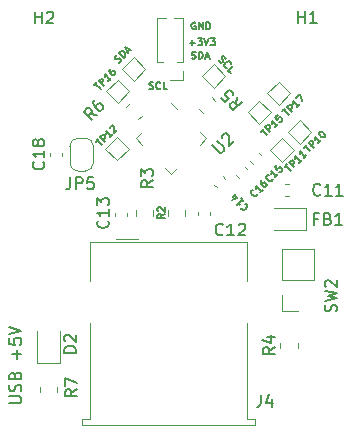
<source format=gbr>
%TF.GenerationSoftware,KiCad,Pcbnew,6.0.0*%
%TF.CreationDate,2022-03-07T01:42:13-06:00*%
%TF.ProjectId,test,74657374-2e6b-4696-9361-645f70636258,rev?*%
%TF.SameCoordinates,Original*%
%TF.FileFunction,Legend,Top*%
%TF.FilePolarity,Positive*%
%FSLAX46Y46*%
G04 Gerber Fmt 4.6, Leading zero omitted, Abs format (unit mm)*
G04 Created by KiCad (PCBNEW 6.0.0) date 2022-03-07 01:42:13*
%MOMM*%
%LPD*%
G01*
G04 APERTURE LIST*
%ADD10C,0.150000*%
%ADD11C,0.120000*%
G04 APERTURE END LIST*
D10*
X107502380Y-96091666D02*
X108311904Y-96091666D01*
X108407142Y-96044047D01*
X108454761Y-95996428D01*
X108502380Y-95901190D01*
X108502380Y-95710714D01*
X108454761Y-95615476D01*
X108407142Y-95567857D01*
X108311904Y-95520238D01*
X107502380Y-95520238D01*
X108454761Y-95091666D02*
X108502380Y-94948809D01*
X108502380Y-94710714D01*
X108454761Y-94615476D01*
X108407142Y-94567857D01*
X108311904Y-94520238D01*
X108216666Y-94520238D01*
X108121428Y-94567857D01*
X108073809Y-94615476D01*
X108026190Y-94710714D01*
X107978571Y-94901190D01*
X107930952Y-94996428D01*
X107883333Y-95044047D01*
X107788095Y-95091666D01*
X107692857Y-95091666D01*
X107597619Y-95044047D01*
X107550000Y-94996428D01*
X107502380Y-94901190D01*
X107502380Y-94663095D01*
X107550000Y-94520238D01*
X107978571Y-93758333D02*
X108026190Y-93615476D01*
X108073809Y-93567857D01*
X108169047Y-93520238D01*
X108311904Y-93520238D01*
X108407142Y-93567857D01*
X108454761Y-93615476D01*
X108502380Y-93710714D01*
X108502380Y-94091666D01*
X107502380Y-94091666D01*
X107502380Y-93758333D01*
X107550000Y-93663095D01*
X107597619Y-93615476D01*
X107692857Y-93567857D01*
X107788095Y-93567857D01*
X107883333Y-93615476D01*
X107930952Y-93663095D01*
X107978571Y-93758333D01*
X107978571Y-94091666D01*
X108121428Y-92329761D02*
X108121428Y-91567857D01*
X108502380Y-91948809D02*
X107740476Y-91948809D01*
X107502380Y-90615476D02*
X107502380Y-91091666D01*
X107978571Y-91139285D01*
X107930952Y-91091666D01*
X107883333Y-90996428D01*
X107883333Y-90758333D01*
X107930952Y-90663095D01*
X107978571Y-90615476D01*
X108073809Y-90567857D01*
X108311904Y-90567857D01*
X108407142Y-90615476D01*
X108454761Y-90663095D01*
X108502380Y-90758333D01*
X108502380Y-90996428D01*
X108454761Y-91091666D01*
X108407142Y-91139285D01*
X107502380Y-90282142D02*
X108502380Y-89948809D01*
X107502380Y-89615476D01*
X119360714Y-69467857D02*
X119446428Y-69496428D01*
X119589285Y-69496428D01*
X119646428Y-69467857D01*
X119675000Y-69439285D01*
X119703571Y-69382142D01*
X119703571Y-69325000D01*
X119675000Y-69267857D01*
X119646428Y-69239285D01*
X119589285Y-69210714D01*
X119475000Y-69182142D01*
X119417857Y-69153571D01*
X119389285Y-69125000D01*
X119360714Y-69067857D01*
X119360714Y-69010714D01*
X119389285Y-68953571D01*
X119417857Y-68925000D01*
X119475000Y-68896428D01*
X119617857Y-68896428D01*
X119703571Y-68925000D01*
X120303571Y-69439285D02*
X120275000Y-69467857D01*
X120189285Y-69496428D01*
X120132142Y-69496428D01*
X120046428Y-69467857D01*
X119989285Y-69410714D01*
X119960714Y-69353571D01*
X119932142Y-69239285D01*
X119932142Y-69153571D01*
X119960714Y-69039285D01*
X119989285Y-68982142D01*
X120046428Y-68925000D01*
X120132142Y-68896428D01*
X120189285Y-68896428D01*
X120275000Y-68925000D01*
X120303571Y-68953571D01*
X120846428Y-69496428D02*
X120560714Y-69496428D01*
X120560714Y-68896428D01*
X122946428Y-66917857D02*
X123032142Y-66946428D01*
X123175000Y-66946428D01*
X123232142Y-66917857D01*
X123260714Y-66889285D01*
X123289285Y-66832142D01*
X123289285Y-66775000D01*
X123260714Y-66717857D01*
X123232142Y-66689285D01*
X123175000Y-66660714D01*
X123060714Y-66632142D01*
X123003571Y-66603571D01*
X122975000Y-66575000D01*
X122946428Y-66517857D01*
X122946428Y-66460714D01*
X122975000Y-66403571D01*
X123003571Y-66375000D01*
X123060714Y-66346428D01*
X123203571Y-66346428D01*
X123289285Y-66375000D01*
X123546428Y-66946428D02*
X123546428Y-66346428D01*
X123689285Y-66346428D01*
X123775000Y-66375000D01*
X123832142Y-66432142D01*
X123860714Y-66489285D01*
X123889285Y-66603571D01*
X123889285Y-66689285D01*
X123860714Y-66803571D01*
X123832142Y-66860714D01*
X123775000Y-66917857D01*
X123689285Y-66946428D01*
X123546428Y-66946428D01*
X124117857Y-66775000D02*
X124403571Y-66775000D01*
X124060714Y-66946428D02*
X124260714Y-66346428D01*
X124460714Y-66946428D01*
X122767857Y-65567857D02*
X123225000Y-65567857D01*
X122996428Y-65796428D02*
X122996428Y-65339285D01*
X123453571Y-65196428D02*
X123825000Y-65196428D01*
X123625000Y-65425000D01*
X123710714Y-65425000D01*
X123767857Y-65453571D01*
X123796428Y-65482142D01*
X123825000Y-65539285D01*
X123825000Y-65682142D01*
X123796428Y-65739285D01*
X123767857Y-65767857D01*
X123710714Y-65796428D01*
X123539285Y-65796428D01*
X123482142Y-65767857D01*
X123453571Y-65739285D01*
X123996428Y-65196428D02*
X124196428Y-65796428D01*
X124396428Y-65196428D01*
X124539285Y-65196428D02*
X124910714Y-65196428D01*
X124710714Y-65425000D01*
X124796428Y-65425000D01*
X124853571Y-65453571D01*
X124882142Y-65482142D01*
X124910714Y-65539285D01*
X124910714Y-65682142D01*
X124882142Y-65739285D01*
X124853571Y-65767857D01*
X124796428Y-65796428D01*
X124625000Y-65796428D01*
X124567857Y-65767857D01*
X124539285Y-65739285D01*
X123267857Y-63875000D02*
X123210714Y-63846428D01*
X123125000Y-63846428D01*
X123039285Y-63875000D01*
X122982142Y-63932142D01*
X122953571Y-63989285D01*
X122925000Y-64103571D01*
X122925000Y-64189285D01*
X122953571Y-64303571D01*
X122982142Y-64360714D01*
X123039285Y-64417857D01*
X123125000Y-64446428D01*
X123182142Y-64446428D01*
X123267857Y-64417857D01*
X123296428Y-64389285D01*
X123296428Y-64189285D01*
X123182142Y-64189285D01*
X123553571Y-64446428D02*
X123553571Y-63846428D01*
X123896428Y-64446428D01*
X123896428Y-63846428D01*
X124182142Y-64446428D02*
X124182142Y-63846428D01*
X124325000Y-63846428D01*
X124410714Y-63875000D01*
X124467857Y-63932142D01*
X124496428Y-63989285D01*
X124525000Y-64103571D01*
X124525000Y-64189285D01*
X124496428Y-64303571D01*
X124467857Y-64360714D01*
X124410714Y-64417857D01*
X124325000Y-64446428D01*
X124182142Y-64446428D01*
X116756548Y-67261903D02*
X116837360Y-67221497D01*
X116938375Y-67120482D01*
X116958578Y-67059873D01*
X116958578Y-67019467D01*
X116938375Y-66958857D01*
X116897969Y-66918451D01*
X116837360Y-66898248D01*
X116796954Y-66898248D01*
X116736345Y-66918451D01*
X116635329Y-66979061D01*
X116574720Y-66999264D01*
X116534314Y-66999264D01*
X116473705Y-66979061D01*
X116433299Y-66938654D01*
X116413096Y-66878045D01*
X116413096Y-66837639D01*
X116433299Y-66777030D01*
X116534314Y-66676015D01*
X116615126Y-66635609D01*
X117201015Y-66857842D02*
X116776751Y-66433578D01*
X116877766Y-66332563D01*
X116958578Y-66292157D01*
X117039390Y-66292157D01*
X117100000Y-66312360D01*
X117201015Y-66372969D01*
X117261624Y-66433578D01*
X117322233Y-66534593D01*
X117342436Y-66595203D01*
X117342436Y-66676015D01*
X117302030Y-66756827D01*
X117201015Y-66857842D01*
X117483857Y-66332563D02*
X117685888Y-66130532D01*
X117564670Y-66494187D02*
X117281827Y-65928502D01*
X117847512Y-66211345D01*
X125223197Y-67066649D02*
X125263603Y-67147461D01*
X125364619Y-67248477D01*
X125425228Y-67268680D01*
X125465634Y-67268680D01*
X125526243Y-67248477D01*
X125566649Y-67208071D01*
X125586852Y-67147461D01*
X125586852Y-67107055D01*
X125566649Y-67046446D01*
X125506040Y-66945431D01*
X125485837Y-66884822D01*
X125485837Y-66844416D01*
X125506040Y-66783806D01*
X125546446Y-66743400D01*
X125607055Y-66723197D01*
X125647461Y-66723197D01*
X125708071Y-66743400D01*
X125809086Y-66844416D01*
X125849492Y-66925228D01*
X125910101Y-67713147D02*
X125869695Y-67713147D01*
X125788883Y-67672741D01*
X125748477Y-67632335D01*
X125708071Y-67551522D01*
X125708071Y-67470710D01*
X125728274Y-67410101D01*
X125788883Y-67309086D01*
X125849492Y-67248477D01*
X125950507Y-67187867D01*
X126011116Y-67167664D01*
X126091928Y-67167664D01*
X126172741Y-67208071D01*
X126213147Y-67248477D01*
X126253553Y-67329289D01*
X126253553Y-67369695D01*
X126253553Y-68137411D02*
X126051522Y-67935380D01*
X126475786Y-67511116D01*
%TO.C,H2*%
X109663095Y-63952380D02*
X109663095Y-62952380D01*
X109663095Y-63428571D02*
X110234523Y-63428571D01*
X110234523Y-63952380D02*
X110234523Y-62952380D01*
X110663095Y-63047619D02*
X110710714Y-63000000D01*
X110805952Y-62952380D01*
X111044047Y-62952380D01*
X111139285Y-63000000D01*
X111186904Y-63047619D01*
X111234523Y-63142857D01*
X111234523Y-63238095D01*
X111186904Y-63380952D01*
X110615476Y-63952380D01*
X111234523Y-63952380D01*
%TO.C,H1*%
X131963095Y-63902380D02*
X131963095Y-62902380D01*
X131963095Y-63378571D02*
X132534523Y-63378571D01*
X132534523Y-63902380D02*
X132534523Y-62902380D01*
X133534523Y-63902380D02*
X132963095Y-63902380D01*
X133248809Y-63902380D02*
X133248809Y-62902380D01*
X133153571Y-63045238D01*
X133058333Y-63140476D01*
X132963095Y-63188095D01*
%TO.C,TP11*%
X130805253Y-76105076D02*
X131047690Y-75862639D01*
X131350735Y-76408122D02*
X130926471Y-75983857D01*
X131613375Y-76145482D02*
X131189111Y-75721218D01*
X131350735Y-75559593D01*
X131411345Y-75539390D01*
X131451751Y-75539390D01*
X131512360Y-75559593D01*
X131572969Y-75620203D01*
X131593172Y-75680812D01*
X131593172Y-75721218D01*
X131572969Y-75781827D01*
X131411345Y-75943451D01*
X132259873Y-75498984D02*
X132017436Y-75741421D01*
X132138654Y-75620203D02*
X131714390Y-75195938D01*
X131734593Y-75296954D01*
X131734593Y-75377766D01*
X131714390Y-75438375D01*
X132663934Y-75094923D02*
X132421497Y-75337360D01*
X132542715Y-75216142D02*
X132118451Y-74791877D01*
X132138654Y-74892893D01*
X132138654Y-74973705D01*
X132118451Y-75034314D01*
%TO.C,TP16*%
X114681362Y-69181185D02*
X114923799Y-68938748D01*
X115226844Y-69484231D02*
X114802580Y-69059966D01*
X115489484Y-69221591D02*
X115065220Y-68797327D01*
X115226844Y-68635702D01*
X115287454Y-68615499D01*
X115327860Y-68615499D01*
X115388469Y-68635702D01*
X115449078Y-68696312D01*
X115469281Y-68756921D01*
X115469281Y-68797327D01*
X115449078Y-68857936D01*
X115287454Y-69019560D01*
X116135982Y-68575093D02*
X115893545Y-68817530D01*
X116014763Y-68696312D02*
X115590499Y-68272047D01*
X115610702Y-68373063D01*
X115610702Y-68453875D01*
X115590499Y-68514484D01*
X116075373Y-67787174D02*
X115994560Y-67867986D01*
X115974357Y-67928596D01*
X115974357Y-67969002D01*
X115994560Y-68070017D01*
X116055170Y-68171032D01*
X116216794Y-68332657D01*
X116277403Y-68352860D01*
X116317809Y-68352860D01*
X116378418Y-68332657D01*
X116459231Y-68251844D01*
X116479434Y-68191235D01*
X116479434Y-68150829D01*
X116459231Y-68090220D01*
X116358215Y-67989205D01*
X116297606Y-67969002D01*
X116257200Y-67969002D01*
X116196591Y-67989205D01*
X116115779Y-68070017D01*
X116095576Y-68130626D01*
X116095576Y-68171032D01*
X116115779Y-68231641D01*
%TO.C,TP15*%
X128805253Y-73105076D02*
X129047690Y-72862639D01*
X129350735Y-73408122D02*
X128926471Y-72983857D01*
X129613375Y-73145482D02*
X129189111Y-72721218D01*
X129350735Y-72559593D01*
X129411345Y-72539390D01*
X129451751Y-72539390D01*
X129512360Y-72559593D01*
X129572969Y-72620203D01*
X129593172Y-72680812D01*
X129593172Y-72721218D01*
X129572969Y-72781827D01*
X129411345Y-72943451D01*
X130259873Y-72498984D02*
X130017436Y-72741421D01*
X130138654Y-72620203D02*
X129714390Y-72195938D01*
X129734593Y-72296954D01*
X129734593Y-72377766D01*
X129714390Y-72438375D01*
X130219467Y-71690862D02*
X130017436Y-71892893D01*
X130199264Y-72115126D01*
X130199264Y-72074720D01*
X130219467Y-72014111D01*
X130320482Y-71913096D01*
X130381091Y-71892893D01*
X130421497Y-71892893D01*
X130482106Y-71913096D01*
X130583122Y-72014111D01*
X130603325Y-72074720D01*
X130603325Y-72115126D01*
X130583122Y-72175735D01*
X130482106Y-72276751D01*
X130421497Y-72296954D01*
X130381091Y-72296954D01*
%TO.C,C11*%
X133832142Y-78432142D02*
X133784523Y-78479761D01*
X133641666Y-78527380D01*
X133546428Y-78527380D01*
X133403571Y-78479761D01*
X133308333Y-78384523D01*
X133260714Y-78289285D01*
X133213095Y-78098809D01*
X133213095Y-77955952D01*
X133260714Y-77765476D01*
X133308333Y-77670238D01*
X133403571Y-77575000D01*
X133546428Y-77527380D01*
X133641666Y-77527380D01*
X133784523Y-77575000D01*
X133832142Y-77622619D01*
X134784523Y-78527380D02*
X134213095Y-78527380D01*
X134498809Y-78527380D02*
X134498809Y-77527380D01*
X134403571Y-77670238D01*
X134308333Y-77765476D01*
X134213095Y-77813095D01*
X135736904Y-78527380D02*
X135165476Y-78527380D01*
X135451190Y-78527380D02*
X135451190Y-77527380D01*
X135355952Y-77670238D01*
X135260714Y-77765476D01*
X135165476Y-77813095D01*
%TO.C,R3*%
X119652380Y-77241666D02*
X119176190Y-77575000D01*
X119652380Y-77813095D02*
X118652380Y-77813095D01*
X118652380Y-77432142D01*
X118700000Y-77336904D01*
X118747619Y-77289285D01*
X118842857Y-77241666D01*
X118985714Y-77241666D01*
X119080952Y-77289285D01*
X119128571Y-77336904D01*
X119176190Y-77432142D01*
X119176190Y-77813095D01*
X118652380Y-76908333D02*
X118652380Y-76289285D01*
X119033333Y-76622619D01*
X119033333Y-76479761D01*
X119080952Y-76384523D01*
X119128571Y-76336904D01*
X119223809Y-76289285D01*
X119461904Y-76289285D01*
X119557142Y-76336904D01*
X119604761Y-76384523D01*
X119652380Y-76479761D01*
X119652380Y-76765476D01*
X119604761Y-76860714D01*
X119557142Y-76908333D01*
%TO.C,C18*%
X110382142Y-75667857D02*
X110429761Y-75715476D01*
X110477380Y-75858333D01*
X110477380Y-75953571D01*
X110429761Y-76096428D01*
X110334523Y-76191666D01*
X110239285Y-76239285D01*
X110048809Y-76286904D01*
X109905952Y-76286904D01*
X109715476Y-76239285D01*
X109620238Y-76191666D01*
X109525000Y-76096428D01*
X109477380Y-75953571D01*
X109477380Y-75858333D01*
X109525000Y-75715476D01*
X109572619Y-75667857D01*
X110477380Y-74715476D02*
X110477380Y-75286904D01*
X110477380Y-75001190D02*
X109477380Y-75001190D01*
X109620238Y-75096428D01*
X109715476Y-75191666D01*
X109763095Y-75286904D01*
X109905952Y-74144047D02*
X109858333Y-74239285D01*
X109810714Y-74286904D01*
X109715476Y-74334523D01*
X109667857Y-74334523D01*
X109572619Y-74286904D01*
X109525000Y-74239285D01*
X109477380Y-74144047D01*
X109477380Y-73953571D01*
X109525000Y-73858333D01*
X109572619Y-73810714D01*
X109667857Y-73763095D01*
X109715476Y-73763095D01*
X109810714Y-73810714D01*
X109858333Y-73858333D01*
X109905952Y-73953571D01*
X109905952Y-74144047D01*
X109953571Y-74239285D01*
X110001190Y-74286904D01*
X110096428Y-74334523D01*
X110286904Y-74334523D01*
X110382142Y-74286904D01*
X110429761Y-74239285D01*
X110477380Y-74144047D01*
X110477380Y-73953571D01*
X110429761Y-73858333D01*
X110382142Y-73810714D01*
X110286904Y-73763095D01*
X110096428Y-73763095D01*
X110001190Y-73810714D01*
X109953571Y-73858333D01*
X109905952Y-73953571D01*
%TO.C,JP5*%
X112666666Y-76977380D02*
X112666666Y-77691666D01*
X112619047Y-77834523D01*
X112523809Y-77929761D01*
X112380952Y-77977380D01*
X112285714Y-77977380D01*
X113142857Y-77977380D02*
X113142857Y-76977380D01*
X113523809Y-76977380D01*
X113619047Y-77025000D01*
X113666666Y-77072619D01*
X113714285Y-77167857D01*
X113714285Y-77310714D01*
X113666666Y-77405952D01*
X113619047Y-77453571D01*
X113523809Y-77501190D01*
X113142857Y-77501190D01*
X114619047Y-76977380D02*
X114142857Y-76977380D01*
X114095238Y-77453571D01*
X114142857Y-77405952D01*
X114238095Y-77358333D01*
X114476190Y-77358333D01*
X114571428Y-77405952D01*
X114619047Y-77453571D01*
X114666666Y-77548809D01*
X114666666Y-77786904D01*
X114619047Y-77882142D01*
X114571428Y-77929761D01*
X114476190Y-77977380D01*
X114238095Y-77977380D01*
X114142857Y-77929761D01*
X114095238Y-77882142D01*
%TO.C,R7*%
X113227380Y-94941666D02*
X112751190Y-95275000D01*
X113227380Y-95513095D02*
X112227380Y-95513095D01*
X112227380Y-95132142D01*
X112275000Y-95036904D01*
X112322619Y-94989285D01*
X112417857Y-94941666D01*
X112560714Y-94941666D01*
X112655952Y-94989285D01*
X112703571Y-95036904D01*
X112751190Y-95132142D01*
X112751190Y-95513095D01*
X112227380Y-94608333D02*
X112227380Y-93941666D01*
X113227380Y-94370238D01*
%TO.C,R6*%
X114902030Y-71712732D02*
X114329610Y-71611717D01*
X114497969Y-72116793D02*
X113790862Y-71409687D01*
X114060236Y-71140312D01*
X114161251Y-71106641D01*
X114228595Y-71106641D01*
X114329610Y-71140312D01*
X114430625Y-71241328D01*
X114464297Y-71342343D01*
X114464297Y-71409687D01*
X114430625Y-71510702D01*
X114161251Y-71780076D01*
X114801015Y-70399534D02*
X114666328Y-70534221D01*
X114632656Y-70635236D01*
X114632656Y-70702580D01*
X114666328Y-70870938D01*
X114767343Y-71039297D01*
X115036717Y-71308671D01*
X115137732Y-71342343D01*
X115205076Y-71342343D01*
X115306091Y-71308671D01*
X115440778Y-71173984D01*
X115474450Y-71072969D01*
X115474450Y-71005625D01*
X115440778Y-70904610D01*
X115272419Y-70736251D01*
X115171404Y-70702580D01*
X115104061Y-70702580D01*
X115003045Y-70736251D01*
X114868358Y-70870938D01*
X114834687Y-70971954D01*
X114834687Y-71039297D01*
X114868358Y-71140312D01*
%TO.C,TP17*%
X130630253Y-71405076D02*
X130872690Y-71162639D01*
X131175735Y-71708122D02*
X130751471Y-71283857D01*
X131438375Y-71445482D02*
X131014111Y-71021218D01*
X131175735Y-70859593D01*
X131236345Y-70839390D01*
X131276751Y-70839390D01*
X131337360Y-70859593D01*
X131397969Y-70920203D01*
X131418172Y-70980812D01*
X131418172Y-71021218D01*
X131397969Y-71081827D01*
X131236345Y-71243451D01*
X132084873Y-70798984D02*
X131842436Y-71041421D01*
X131963654Y-70920203D02*
X131539390Y-70495938D01*
X131559593Y-70596954D01*
X131559593Y-70677766D01*
X131539390Y-70738375D01*
X131802030Y-70233299D02*
X132084873Y-69950456D01*
X132327309Y-70556548D01*
%TO.C,C13*%
X115832142Y-80642857D02*
X115879761Y-80690476D01*
X115927380Y-80833333D01*
X115927380Y-80928571D01*
X115879761Y-81071428D01*
X115784523Y-81166666D01*
X115689285Y-81214285D01*
X115498809Y-81261904D01*
X115355952Y-81261904D01*
X115165476Y-81214285D01*
X115070238Y-81166666D01*
X114975000Y-81071428D01*
X114927380Y-80928571D01*
X114927380Y-80833333D01*
X114975000Y-80690476D01*
X115022619Y-80642857D01*
X115927380Y-79690476D02*
X115927380Y-80261904D01*
X115927380Y-79976190D02*
X114927380Y-79976190D01*
X115070238Y-80071428D01*
X115165476Y-80166666D01*
X115213095Y-80261904D01*
X114927380Y-79357142D02*
X114927380Y-78738095D01*
X115308333Y-79071428D01*
X115308333Y-78928571D01*
X115355952Y-78833333D01*
X115403571Y-78785714D01*
X115498809Y-78738095D01*
X115736904Y-78738095D01*
X115832142Y-78785714D01*
X115879761Y-78833333D01*
X115927380Y-78928571D01*
X115927380Y-79214285D01*
X115879761Y-79309523D01*
X115832142Y-79357142D01*
%TO.C,C16*%
X128503781Y-78374264D02*
X128503781Y-78414670D01*
X128463375Y-78495482D01*
X128422969Y-78535888D01*
X128342157Y-78576294D01*
X128261345Y-78576294D01*
X128200735Y-78556091D01*
X128099720Y-78495482D01*
X128039111Y-78434873D01*
X127978502Y-78333857D01*
X127958299Y-78273248D01*
X127958299Y-78192436D01*
X127998705Y-78111624D01*
X128039111Y-78071218D01*
X128119923Y-78030812D01*
X128160329Y-78030812D01*
X128948248Y-78010609D02*
X128705812Y-78253045D01*
X128827030Y-78131827D02*
X128402766Y-77707563D01*
X128422969Y-77808578D01*
X128422969Y-77889390D01*
X128402766Y-77950000D01*
X128887639Y-77222690D02*
X128806827Y-77303502D01*
X128786624Y-77364111D01*
X128786624Y-77404517D01*
X128806827Y-77505532D01*
X128867436Y-77606548D01*
X129029061Y-77768172D01*
X129089670Y-77788375D01*
X129130076Y-77788375D01*
X129190685Y-77768172D01*
X129271497Y-77687360D01*
X129291700Y-77626751D01*
X129291700Y-77586345D01*
X129271497Y-77525735D01*
X129170482Y-77424720D01*
X129109873Y-77404517D01*
X129069467Y-77404517D01*
X129008857Y-77424720D01*
X128928045Y-77505532D01*
X128907842Y-77566142D01*
X128907842Y-77606548D01*
X128928045Y-77667157D01*
%TO.C,U2*%
X124699026Y-74276522D02*
X125271446Y-74848942D01*
X125372461Y-74882614D01*
X125439805Y-74882614D01*
X125540820Y-74848942D01*
X125675507Y-74714255D01*
X125709179Y-74613240D01*
X125709179Y-74545896D01*
X125675507Y-74444881D01*
X125103087Y-73872461D01*
X125473477Y-73636759D02*
X125473477Y-73569416D01*
X125507148Y-73468400D01*
X125675507Y-73300042D01*
X125776522Y-73266370D01*
X125843866Y-73266370D01*
X125944881Y-73300042D01*
X126012225Y-73367385D01*
X126079568Y-73502072D01*
X126079568Y-74310194D01*
X126517301Y-73872461D01*
%TO.C,C12*%
X125582142Y-81807142D02*
X125534523Y-81854761D01*
X125391666Y-81902380D01*
X125296428Y-81902380D01*
X125153571Y-81854761D01*
X125058333Y-81759523D01*
X125010714Y-81664285D01*
X124963095Y-81473809D01*
X124963095Y-81330952D01*
X125010714Y-81140476D01*
X125058333Y-81045238D01*
X125153571Y-80950000D01*
X125296428Y-80902380D01*
X125391666Y-80902380D01*
X125534523Y-80950000D01*
X125582142Y-80997619D01*
X126534523Y-81902380D02*
X125963095Y-81902380D01*
X126248809Y-81902380D02*
X126248809Y-80902380D01*
X126153571Y-81045238D01*
X126058333Y-81140476D01*
X125963095Y-81188095D01*
X126915476Y-80997619D02*
X126963095Y-80950000D01*
X127058333Y-80902380D01*
X127296428Y-80902380D01*
X127391666Y-80950000D01*
X127439285Y-80997619D01*
X127486904Y-81092857D01*
X127486904Y-81188095D01*
X127439285Y-81330952D01*
X126867857Y-81902380D01*
X127486904Y-81902380D01*
%TO.C,R2*%
X120646428Y-80075000D02*
X120360714Y-80275000D01*
X120646428Y-80417857D02*
X120046428Y-80417857D01*
X120046428Y-80189285D01*
X120075000Y-80132142D01*
X120103571Y-80103571D01*
X120160714Y-80075000D01*
X120246428Y-80075000D01*
X120303571Y-80103571D01*
X120332142Y-80132142D01*
X120360714Y-80189285D01*
X120360714Y-80417857D01*
X120103571Y-79846428D02*
X120075000Y-79817857D01*
X120046428Y-79760714D01*
X120046428Y-79617857D01*
X120075000Y-79560714D01*
X120103571Y-79532142D01*
X120160714Y-79503571D01*
X120217857Y-79503571D01*
X120303571Y-79532142D01*
X120646428Y-79875000D01*
X120646428Y-79503571D01*
%TO.C,SW2*%
X135179761Y-88333333D02*
X135227380Y-88190476D01*
X135227380Y-87952380D01*
X135179761Y-87857142D01*
X135132142Y-87809523D01*
X135036904Y-87761904D01*
X134941666Y-87761904D01*
X134846428Y-87809523D01*
X134798809Y-87857142D01*
X134751190Y-87952380D01*
X134703571Y-88142857D01*
X134655952Y-88238095D01*
X134608333Y-88285714D01*
X134513095Y-88333333D01*
X134417857Y-88333333D01*
X134322619Y-88285714D01*
X134275000Y-88238095D01*
X134227380Y-88142857D01*
X134227380Y-87904761D01*
X134275000Y-87761904D01*
X134227380Y-87428571D02*
X135227380Y-87190476D01*
X134513095Y-87000000D01*
X135227380Y-86809523D01*
X134227380Y-86571428D01*
X134322619Y-86238095D02*
X134275000Y-86190476D01*
X134227380Y-86095238D01*
X134227380Y-85857142D01*
X134275000Y-85761904D01*
X134322619Y-85714285D01*
X134417857Y-85666666D01*
X134513095Y-85666666D01*
X134655952Y-85714285D01*
X135227380Y-86285714D01*
X135227380Y-85666666D01*
%TO.C,D2*%
X113152380Y-91813095D02*
X112152380Y-91813095D01*
X112152380Y-91575000D01*
X112200000Y-91432142D01*
X112295238Y-91336904D01*
X112390476Y-91289285D01*
X112580952Y-91241666D01*
X112723809Y-91241666D01*
X112914285Y-91289285D01*
X113009523Y-91336904D01*
X113104761Y-91432142D01*
X113152380Y-91575000D01*
X113152380Y-91813095D01*
X112247619Y-90860714D02*
X112200000Y-90813095D01*
X112152380Y-90717857D01*
X112152380Y-90479761D01*
X112200000Y-90384523D01*
X112247619Y-90336904D01*
X112342857Y-90289285D01*
X112438095Y-90289285D01*
X112580952Y-90336904D01*
X113152380Y-90908333D01*
X113152380Y-90289285D01*
%TO.C,J4*%
X128816666Y-95402380D02*
X128816666Y-96116666D01*
X128769047Y-96259523D01*
X128673809Y-96354761D01*
X128530952Y-96402380D01*
X128435714Y-96402380D01*
X129721428Y-95735714D02*
X129721428Y-96402380D01*
X129483333Y-95354761D02*
X129245238Y-96069047D01*
X129864285Y-96069047D01*
%TO.C,R4*%
X129977380Y-91366666D02*
X129501190Y-91700000D01*
X129977380Y-91938095D02*
X128977380Y-91938095D01*
X128977380Y-91557142D01*
X129025000Y-91461904D01*
X129072619Y-91414285D01*
X129167857Y-91366666D01*
X129310714Y-91366666D01*
X129405952Y-91414285D01*
X129453571Y-91461904D01*
X129501190Y-91557142D01*
X129501190Y-91938095D01*
X129310714Y-90509523D02*
X129977380Y-90509523D01*
X128929761Y-90747619D02*
X129644047Y-90985714D01*
X129644047Y-90366666D01*
%TO.C,C14*%
X127449264Y-79196218D02*
X127489670Y-79196218D01*
X127570482Y-79236624D01*
X127610888Y-79277030D01*
X127651294Y-79357842D01*
X127651294Y-79438654D01*
X127631091Y-79499264D01*
X127570482Y-79600279D01*
X127509873Y-79660888D01*
X127408857Y-79721497D01*
X127348248Y-79741700D01*
X127267436Y-79741700D01*
X127186624Y-79701294D01*
X127146218Y-79660888D01*
X127105812Y-79580076D01*
X127105812Y-79539670D01*
X127085609Y-78751751D02*
X127328045Y-78994187D01*
X127206827Y-78872969D02*
X126782563Y-79297233D01*
X126883578Y-79277030D01*
X126964390Y-79277030D01*
X127025000Y-79297233D01*
X126439111Y-78670938D02*
X126721954Y-78388096D01*
X126378502Y-78933578D02*
X126782563Y-78731548D01*
X126519923Y-78468908D01*
%TO.C,FB1*%
X133616666Y-80478571D02*
X133283333Y-80478571D01*
X133283333Y-81002380D02*
X133283333Y-80002380D01*
X133759523Y-80002380D01*
X134473809Y-80478571D02*
X134616666Y-80526190D01*
X134664285Y-80573809D01*
X134711904Y-80669047D01*
X134711904Y-80811904D01*
X134664285Y-80907142D01*
X134616666Y-80954761D01*
X134521428Y-81002380D01*
X134140476Y-81002380D01*
X134140476Y-80002380D01*
X134473809Y-80002380D01*
X134569047Y-80050000D01*
X134616666Y-80097619D01*
X134664285Y-80192857D01*
X134664285Y-80288095D01*
X134616666Y-80383333D01*
X134569047Y-80430952D01*
X134473809Y-80478571D01*
X134140476Y-80478571D01*
X135664285Y-81002380D02*
X135092857Y-81002380D01*
X135378571Y-81002380D02*
X135378571Y-80002380D01*
X135283333Y-80145238D01*
X135188095Y-80240476D01*
X135092857Y-80288095D01*
%TO.C,TP12*%
X114805253Y-73955076D02*
X115047690Y-73712639D01*
X115350735Y-74258122D02*
X114926471Y-73833857D01*
X115613375Y-73995482D02*
X115189111Y-73571218D01*
X115350735Y-73409593D01*
X115411345Y-73389390D01*
X115451751Y-73389390D01*
X115512360Y-73409593D01*
X115572969Y-73470203D01*
X115593172Y-73530812D01*
X115593172Y-73571218D01*
X115572969Y-73631827D01*
X115411345Y-73793451D01*
X116259873Y-73348984D02*
X116017436Y-73591421D01*
X116138654Y-73470203D02*
X115714390Y-73045938D01*
X115734593Y-73146954D01*
X115734593Y-73227766D01*
X115714390Y-73288375D01*
X116037639Y-72803502D02*
X116037639Y-72763096D01*
X116057842Y-72702487D01*
X116158857Y-72601471D01*
X116219467Y-72581268D01*
X116259873Y-72581268D01*
X116320482Y-72601471D01*
X116360888Y-72641877D01*
X116401294Y-72722690D01*
X116401294Y-73207563D01*
X116663934Y-72944923D01*
%TO.C,C15*%
X129803781Y-77099264D02*
X129803781Y-77139670D01*
X129763375Y-77220482D01*
X129722969Y-77260888D01*
X129642157Y-77301294D01*
X129561345Y-77301294D01*
X129500735Y-77281091D01*
X129399720Y-77220482D01*
X129339111Y-77159873D01*
X129278502Y-77058857D01*
X129258299Y-76998248D01*
X129258299Y-76917436D01*
X129298705Y-76836624D01*
X129339111Y-76796218D01*
X129419923Y-76755812D01*
X129460329Y-76755812D01*
X130248248Y-76735609D02*
X130005812Y-76978045D01*
X130127030Y-76856827D02*
X129702766Y-76432563D01*
X129722969Y-76533578D01*
X129722969Y-76614390D01*
X129702766Y-76675000D01*
X130207842Y-75927487D02*
X130005812Y-76129517D01*
X130187639Y-76351751D01*
X130187639Y-76311345D01*
X130207842Y-76250735D01*
X130308857Y-76149720D01*
X130369467Y-76129517D01*
X130409873Y-76129517D01*
X130470482Y-76149720D01*
X130571497Y-76250735D01*
X130591700Y-76311345D01*
X130591700Y-76351751D01*
X130571497Y-76412360D01*
X130470482Y-76513375D01*
X130409873Y-76533578D01*
X130369467Y-76533578D01*
%TO.C,TP10*%
X132455253Y-74455076D02*
X132697690Y-74212639D01*
X133000735Y-74758122D02*
X132576471Y-74333857D01*
X133263375Y-74495482D02*
X132839111Y-74071218D01*
X133000735Y-73909593D01*
X133061345Y-73889390D01*
X133101751Y-73889390D01*
X133162360Y-73909593D01*
X133222969Y-73970203D01*
X133243172Y-74030812D01*
X133243172Y-74071218D01*
X133222969Y-74131827D01*
X133061345Y-74293451D01*
X133909873Y-73848984D02*
X133667436Y-74091421D01*
X133788654Y-73970203D02*
X133364390Y-73545938D01*
X133384593Y-73646954D01*
X133384593Y-73727766D01*
X133364390Y-73788375D01*
X133748248Y-73162081D02*
X133788654Y-73121674D01*
X133849264Y-73101471D01*
X133889670Y-73101471D01*
X133950279Y-73121674D01*
X134051294Y-73182284D01*
X134152309Y-73283299D01*
X134212918Y-73384314D01*
X134233122Y-73444923D01*
X134233122Y-73485329D01*
X134212918Y-73545938D01*
X134172512Y-73586345D01*
X134111903Y-73606548D01*
X134071497Y-73606548D01*
X134010888Y-73586345D01*
X133909873Y-73525735D01*
X133808857Y-73424720D01*
X133748248Y-73323705D01*
X133728045Y-73263096D01*
X133728045Y-73222690D01*
X133748248Y-73162081D01*
%TO.C,R5*%
X126787732Y-70172969D02*
X126686717Y-70745389D01*
X127191793Y-70577030D02*
X126484687Y-71284137D01*
X126215312Y-71014763D01*
X126181641Y-70913748D01*
X126181641Y-70846404D01*
X126215312Y-70745389D01*
X126316328Y-70644374D01*
X126417343Y-70610702D01*
X126484687Y-70610702D01*
X126585702Y-70644374D01*
X126855076Y-70913748D01*
X125440862Y-70240312D02*
X125777580Y-70577030D01*
X126147969Y-70273984D01*
X126080625Y-70273984D01*
X125979610Y-70240312D01*
X125811251Y-70071954D01*
X125777580Y-69970938D01*
X125777580Y-69903595D01*
X125811251Y-69802580D01*
X125979610Y-69634221D01*
X126080625Y-69600549D01*
X126147969Y-69600549D01*
X126248984Y-69634221D01*
X126417343Y-69802580D01*
X126451015Y-69903595D01*
X126451015Y-69970938D01*
D11*
%TO.C,TP18*%
X123810051Y-68400000D02*
X124800000Y-67410051D01*
X124800000Y-69389949D02*
X123810051Y-68400000D01*
X125789949Y-68400000D02*
X124800000Y-69389949D01*
X124800000Y-67410051D02*
X125789949Y-68400000D01*
%TO.C,J7*%
X122210000Y-63495000D02*
X121407530Y-63495000D01*
X120792470Y-63495000D02*
X119990000Y-63495000D01*
X122210000Y-67240000D02*
X122210000Y-63495000D01*
X119990000Y-67240000D02*
X119990000Y-63495000D01*
X122210000Y-67240000D02*
X121663471Y-67240000D01*
X120536529Y-67240000D02*
X119990000Y-67240000D01*
X122210000Y-68000000D02*
X122210000Y-68760000D01*
X122210000Y-68760000D02*
X121100000Y-68760000D01*
%TO.C,TP11*%
X131589949Y-74650000D02*
X130600000Y-75639949D01*
X130600000Y-73660051D02*
X131589949Y-74650000D01*
X129610051Y-74650000D02*
X130600000Y-73660051D01*
X130600000Y-75639949D02*
X129610051Y-74650000D01*
%TO.C,TP16*%
X116675000Y-68710051D02*
X117664949Y-69700000D01*
X117664949Y-69700000D02*
X116675000Y-70689949D01*
X115685051Y-69700000D02*
X116675000Y-68710051D01*
X116675000Y-70689949D02*
X115685051Y-69700000D01*
%TO.C,TP19*%
X118025000Y-68789949D02*
X117035051Y-67800000D01*
X117035051Y-67800000D02*
X118025000Y-66810051D01*
X119014949Y-67800000D02*
X118025000Y-68789949D01*
X118025000Y-66810051D02*
X119014949Y-67800000D01*
%TO.C,TP15*%
X127685051Y-71475000D02*
X128675000Y-70485051D01*
X128675000Y-72464949D02*
X127685051Y-71475000D01*
X128675000Y-70485051D02*
X129664949Y-71475000D01*
X129664949Y-71475000D02*
X128675000Y-72464949D01*
%TO.C,C11*%
X130884420Y-78585000D02*
X131165580Y-78585000D01*
X130884420Y-77565000D02*
X131165580Y-77565000D01*
%TO.C,R3*%
X119710000Y-80227064D02*
X119710000Y-79772936D01*
X118240000Y-80227064D02*
X118240000Y-79772936D01*
%TO.C,C18*%
X111985000Y-74909420D02*
X111985000Y-75190580D01*
X110965000Y-74909420D02*
X110965000Y-75190580D01*
%TO.C,JP5*%
X114625000Y-74350000D02*
X114625000Y-75750000D01*
X113925000Y-76450000D02*
X113325000Y-76450000D01*
X113325000Y-73650000D02*
X113925000Y-73650000D01*
X112625000Y-75750000D02*
X112625000Y-74350000D01*
X113925000Y-76450000D02*
G75*
G03*
X114625000Y-75750000I1J699999D01*
G01*
X114625000Y-74350000D02*
G75*
G03*
X113925000Y-73650000I-699999J1D01*
G01*
X112625000Y-75750000D02*
G75*
G03*
X113325000Y-76450000I699999J-1D01*
G01*
X113325000Y-73650000D02*
G75*
G03*
X112625000Y-74350000I-1J-699999D01*
G01*
%TO.C,R7*%
X111585000Y-94710436D02*
X111585000Y-95164564D01*
X110115000Y-94710436D02*
X110115000Y-95164564D01*
%TO.C,R6*%
X118434165Y-72080282D02*
X118755282Y-71759165D01*
X117394718Y-71040835D02*
X117715835Y-70719718D01*
%TO.C,TP17*%
X130300000Y-70864949D02*
X129310051Y-69875000D01*
X131289949Y-69875000D02*
X130300000Y-70864949D01*
X130300000Y-68885051D02*
X131289949Y-69875000D01*
X129310051Y-69875000D02*
X130300000Y-68885051D01*
%TO.C,C13*%
X116465000Y-80240580D02*
X116465000Y-79959420D01*
X117485000Y-80240580D02*
X117485000Y-79959420D01*
%TO.C,C16*%
X127635030Y-76288781D02*
X127436219Y-76089970D01*
X126913781Y-77010030D02*
X126714970Y-76811219D01*
%TO.C,U2*%
X118733662Y-74202652D02*
X118221009Y-73690000D01*
X118221009Y-73690000D02*
X118733662Y-73177348D01*
X121717652Y-71218662D02*
X121205000Y-70706009D01*
X124188991Y-73690000D02*
X123676338Y-74202652D01*
X121205000Y-76673991D02*
X121717652Y-76161338D01*
X120692348Y-76161338D02*
X121205000Y-76673991D01*
X123676338Y-73177348D02*
X124188991Y-73690000D01*
%TO.C,C12*%
X123465000Y-80190580D02*
X123465000Y-79909420D01*
X124485000Y-80190580D02*
X124485000Y-79909420D01*
%TO.C,R2*%
X122410000Y-80227064D02*
X122410000Y-79772936D01*
X120940000Y-80227064D02*
X120940000Y-79772936D01*
%TO.C,SW2*%
X133280000Y-85655000D02*
X130620000Y-85655000D01*
X131950000Y-88255000D02*
X130620000Y-88255000D01*
X133280000Y-85655000D02*
X133280000Y-83055000D01*
X130620000Y-85655000D02*
X130620000Y-83055000D01*
X130620000Y-88255000D02*
X130620000Y-86925000D01*
X133280000Y-83055000D02*
X130620000Y-83055000D01*
%TO.C,D2*%
X109890000Y-89975000D02*
X109890000Y-92660000D01*
X111810000Y-92660000D02*
X111810000Y-89975000D01*
X109890000Y-92660000D02*
X111810000Y-92660000D01*
%TO.C,J4*%
X127635000Y-89310000D02*
X127635000Y-97420000D01*
X114315000Y-82460000D02*
X127635000Y-82460000D01*
X114315000Y-97420000D02*
X113665000Y-97420000D01*
X128285000Y-97940000D02*
X128285000Y-97420000D01*
X114315000Y-82460000D02*
X114315000Y-85790000D01*
X116575000Y-82240000D02*
X118375000Y-82240000D01*
X114315000Y-97420000D02*
X114315000Y-89310000D01*
X113665000Y-97940000D02*
X128285000Y-97940000D01*
X127635000Y-82460000D02*
X127635000Y-85790000D01*
X128285000Y-97420000D02*
X127635000Y-97420000D01*
X113665000Y-97420000D02*
X113665000Y-97940000D01*
%TO.C,R4*%
X131910000Y-91427064D02*
X131910000Y-90972936D01*
X130440000Y-91427064D02*
X130440000Y-90972936D01*
%TO.C,C14*%
X125586219Y-76889970D02*
X125785030Y-77088781D01*
X124864970Y-77611219D02*
X125063781Y-77810030D01*
%TO.C,FB1*%
X129925000Y-81460000D02*
X132610000Y-81460000D01*
X132610000Y-81460000D02*
X132610000Y-79540000D01*
X132610000Y-79540000D02*
X129925000Y-79540000D01*
%TO.C,TP12*%
X117614949Y-74550000D02*
X116625000Y-75539949D01*
X116625000Y-73560051D02*
X117614949Y-74550000D01*
X115635051Y-74550000D02*
X116625000Y-73560051D01*
X116625000Y-75539949D02*
X115635051Y-74550000D01*
%TO.C,C15*%
X128835030Y-75088781D02*
X128636219Y-74889970D01*
X128113781Y-75810030D02*
X127914970Y-75611219D01*
%TO.C,TP10*%
X133089949Y-73150000D02*
X132100000Y-74139949D01*
X131110051Y-73150000D02*
X132100000Y-72160051D01*
X132100000Y-72160051D02*
X133089949Y-73150000D01*
X132100000Y-74139949D02*
X131110051Y-73150000D01*
%TO.C,R5*%
X123915835Y-71530282D02*
X123594718Y-71209165D01*
X124955282Y-70490835D02*
X124634165Y-70169718D01*
%TD*%
M02*

</source>
